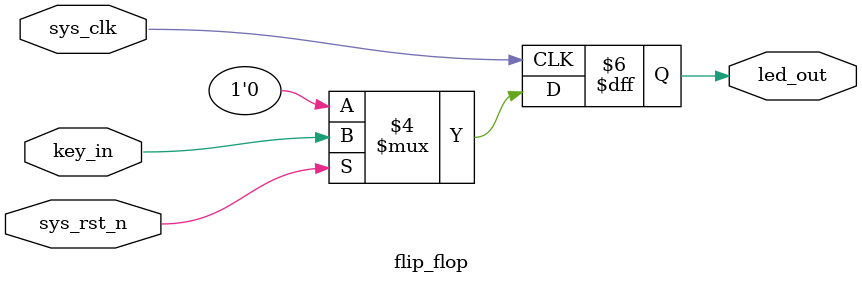
<source format=v>
`timescale  1ns/1ns

module  flip_flop
(
    input   wire    sys_clk     ,   //系统时钟50Mhz，后面我们都是设计的时序电路，所以一定要有时钟，时序电路中几乎所有的信号都是伴随着时钟的沿（上升沿或下降沿，习惯上用上升沿）进行工作的
    input   wire    sys_rst_n   ,   //全局复位，复位信号的主要作用是在系统出现问题是能够回到初始状态，或一些信号的初始化时需要进行复位
    input   wire    key_in      ,   //输入按键

    output  reg     led_out         //输出控制led灯
);

//********************************************************************//
//***************************** Main Code ****************************//
//********************************************************************//
//同步复位
//led_out:led灯输出的结果为key_in按键的输入值
always@(posedge sys_clk)    //当always块中的敏感列表为检测到sys_clk上升沿时执行下面的语句
    if(sys_rst_n == 1'b0)   //sys_rst_n为低电平时复位，但是这个复位有个大前提，那就是当sys_clk的上升沿到来时，如果检测到sys_rst_n为低电平则复位有效。
        led_out <= 1'b0;    //复位的时候一定要给寄存器变量赋一个初值，一般情况下赋值为0（特殊情况除外），在描述时序电路时赋值符号一定要使用“<=”
    else
        led_out <= key_in;

/*
//异步复位
//led_out:led灯输出的结果为key_in按键的输入值
always@(posedge sys_clk or negedge sys_rst_n) //当always块中的敏感列表为检测到sys_clk上升沿或sys_rst_n下降沿时执行下面的语句
    if(sys_rst_n == 1'b0)                     //sys_rst_n为低电平时复位，且是检测到sys_rst_n的下降沿时立刻复位，不需等待sys_clk的上升沿来到后再复位
        led_out <= 1'b0;
    else
        led_out <= key_in;
 */

endmodule

</source>
